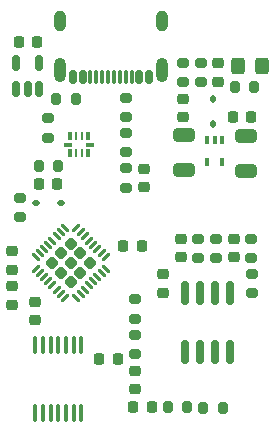
<source format=gtp>
G04 #@! TF.GenerationSoftware,KiCad,Pcbnew,9.0.2*
G04 #@! TF.CreationDate,2025-12-31T10:57:56+01:00*
G04 #@! TF.ProjectId,synthmate_L432,73796e74-686d-4617-9465-5f4c3433322e,rev?*
G04 #@! TF.SameCoordinates,Original*
G04 #@! TF.FileFunction,Paste,Top*
G04 #@! TF.FilePolarity,Positive*
%FSLAX46Y46*%
G04 Gerber Fmt 4.6, Leading zero omitted, Abs format (unit mm)*
G04 Created by KiCad (PCBNEW 9.0.2) date 2025-12-31 10:57:56*
%MOMM*%
%LPD*%
G01*
G04 APERTURE LIST*
G04 Aperture macros list*
%AMRoundRect*
0 Rectangle with rounded corners*
0 $1 Rounding radius*
0 $2 $3 $4 $5 $6 $7 $8 $9 X,Y pos of 4 corners*
0 Add a 4 corners polygon primitive as box body*
4,1,4,$2,$3,$4,$5,$6,$7,$8,$9,$2,$3,0*
0 Add four circle primitives for the rounded corners*
1,1,$1+$1,$2,$3*
1,1,$1+$1,$4,$5*
1,1,$1+$1,$6,$7*
1,1,$1+$1,$8,$9*
0 Add four rect primitives between the rounded corners*
20,1,$1+$1,$2,$3,$4,$5,0*
20,1,$1+$1,$4,$5,$6,$7,0*
20,1,$1+$1,$6,$7,$8,$9,0*
20,1,$1+$1,$8,$9,$2,$3,0*%
G04 Aperture macros list end*
%ADD10RoundRect,0.100000X-0.100000X0.637500X-0.100000X-0.637500X0.100000X-0.637500X0.100000X0.637500X0*%
%ADD11RoundRect,0.225000X-0.225000X-0.250000X0.225000X-0.250000X0.225000X0.250000X-0.225000X0.250000X0*%
%ADD12RoundRect,0.200000X0.200000X0.275000X-0.200000X0.275000X-0.200000X-0.275000X0.200000X-0.275000X0*%
%ADD13RoundRect,0.150000X0.150000X0.425000X-0.150000X0.425000X-0.150000X-0.425000X0.150000X-0.425000X0*%
%ADD14RoundRect,0.075000X0.075000X0.500000X-0.075000X0.500000X-0.075000X-0.500000X0.075000X-0.500000X0*%
%ADD15O,1.000000X2.100000*%
%ADD16O,1.000000X1.800000*%
%ADD17RoundRect,0.112500X0.112500X-0.187500X0.112500X0.187500X-0.112500X0.187500X-0.112500X-0.187500X0*%
%ADD18RoundRect,0.200000X-0.275000X0.200000X-0.275000X-0.200000X0.275000X-0.200000X0.275000X0.200000X0*%
%ADD19RoundRect,0.150000X0.150000X-0.825000X0.150000X0.825000X-0.150000X0.825000X-0.150000X-0.825000X0*%
%ADD20RoundRect,0.225000X0.225000X0.250000X-0.225000X0.250000X-0.225000X-0.250000X0.225000X-0.250000X0*%
%ADD21R,0.300000X0.704800*%
%ADD22R,0.249936X0.704850*%
%ADD23R,0.754888X0.350012*%
%ADD24RoundRect,0.112500X-0.187500X-0.112500X0.187500X-0.112500X0.187500X0.112500X-0.187500X0.112500X0*%
%ADD25RoundRect,0.225000X0.250000X-0.225000X0.250000X0.225000X-0.250000X0.225000X-0.250000X-0.225000X0*%
%ADD26RoundRect,0.100000X-0.100000X0.225000X-0.100000X-0.225000X0.100000X-0.225000X0.100000X0.225000X0*%
%ADD27RoundRect,0.225000X-0.250000X0.225000X-0.250000X-0.225000X0.250000X-0.225000X0.250000X0.225000X0*%
%ADD28RoundRect,0.200000X-0.200000X-0.275000X0.200000X-0.275000X0.200000X0.275000X-0.200000X0.275000X0*%
%ADD29RoundRect,0.200000X0.275000X-0.200000X0.275000X0.200000X-0.275000X0.200000X-0.275000X-0.200000X0*%
%ADD30RoundRect,0.150000X0.150000X-0.512500X0.150000X0.512500X-0.150000X0.512500X-0.150000X-0.512500X0*%
%ADD31RoundRect,0.250000X-0.325000X-0.450000X0.325000X-0.450000X0.325000X0.450000X-0.325000X0.450000X0*%
%ADD32RoundRect,0.250000X-0.650000X0.325000X-0.650000X-0.325000X0.650000X-0.325000X0.650000X0.325000X0*%
%ADD33RoundRect,0.232500X0.000000X-0.328805X0.328805X0.000000X0.000000X0.328805X-0.328805X0.000000X0*%
%ADD34RoundRect,0.062500X-0.220971X-0.309359X0.309359X0.220971X0.220971X0.309359X-0.309359X-0.220971X0*%
%ADD35RoundRect,0.062500X0.220971X-0.309359X0.309359X-0.220971X-0.220971X0.309359X-0.309359X0.220971X0*%
G04 APERTURE END LIST*
D10*
G04 #@! TO.C,U6*
X135360000Y-100825000D03*
X134710000Y-100825000D03*
X134060000Y-100825000D03*
X133410000Y-100825000D03*
X132760000Y-100825000D03*
X132110000Y-100825000D03*
X131460000Y-100825000D03*
X131460000Y-106550000D03*
X132110000Y-106550000D03*
X132760000Y-106550000D03*
X133410000Y-106550000D03*
X134060000Y-106550000D03*
X134710000Y-106550000D03*
X135360000Y-106550000D03*
G04 #@! TD*
D11*
G04 #@! TO.C,C13*
X136890000Y-101970000D03*
X138440000Y-101970000D03*
G04 #@! TD*
D12*
G04 #@! TO.C,R13*
X144340000Y-106070000D03*
X142690000Y-106070000D03*
G04 #@! TD*
D13*
G04 #@! TO.C,J1*
X141080000Y-78105000D03*
X140280000Y-78105000D03*
D14*
X139130000Y-78105000D03*
X138130000Y-78105000D03*
X137630000Y-78105000D03*
X136630000Y-78105000D03*
D13*
X135480000Y-78105000D03*
X134680000Y-78105000D03*
X134680000Y-78105000D03*
X135480000Y-78105000D03*
D14*
X136130000Y-78105000D03*
X137130000Y-78105000D03*
X138630000Y-78105000D03*
X139630000Y-78105000D03*
D13*
X140280000Y-78105000D03*
X141080000Y-78105000D03*
D15*
X142200000Y-77530000D03*
D16*
X142200000Y-73350000D03*
D15*
X133560000Y-77530000D03*
D16*
X133560000Y-73350000D03*
G04 #@! TD*
D17*
G04 #@! TO.C,D2*
X146470000Y-82090000D03*
X146470000Y-79990000D03*
G04 #@! TD*
D18*
G04 #@! TO.C,R6*
X146730000Y-91780000D03*
X146730000Y-93430000D03*
G04 #@! TD*
D19*
G04 #@! TO.C,U5*
X144140000Y-101370000D03*
X145410000Y-101370000D03*
X146680000Y-101370000D03*
X147950000Y-101370000D03*
X147950000Y-96420000D03*
X146680000Y-96420000D03*
X145410000Y-96420000D03*
X144140000Y-96420000D03*
G04 #@! TD*
D20*
G04 #@! TO.C,C15*
X133337500Y-87200000D03*
X131787500Y-87200000D03*
G04 #@! TD*
D21*
G04 #@! TO.C,U2*
X134399999Y-84560000D03*
D22*
X134900000Y-84560000D03*
X135400000Y-84560000D03*
D21*
X135900001Y-84560000D03*
D23*
X136102444Y-83832600D03*
D21*
X135900001Y-83105200D03*
D22*
X135400000Y-83105200D03*
X134900000Y-83105200D03*
D21*
X134399999Y-83105200D03*
D23*
X134197556Y-83832600D03*
G04 #@! TD*
D24*
G04 #@! TO.C,D3*
X131540000Y-88790000D03*
X133640000Y-88790000D03*
G04 #@! TD*
D25*
G04 #@! TO.C,C10*
X146940000Y-78490000D03*
X146940000Y-76940000D03*
G04 #@! TD*
D26*
G04 #@! TO.C,U3*
X147307500Y-83400000D03*
X146657500Y-83400000D03*
X146007500Y-83400000D03*
X146007500Y-85300000D03*
X147307500Y-85300000D03*
G04 #@! TD*
D12*
G04 #@! TO.C,R11*
X147340000Y-106090000D03*
X145690000Y-106090000D03*
G04 #@! TD*
D25*
G04 #@! TO.C,C6*
X148250000Y-93370000D03*
X148250000Y-91820000D03*
G04 #@! TD*
D27*
G04 #@! TO.C,C12*
X131430000Y-97165000D03*
X131430000Y-98715000D03*
G04 #@! TD*
D18*
G04 #@! TO.C,R1*
X143970000Y-76890000D03*
X143970000Y-78540000D03*
G04 #@! TD*
D28*
G04 #@! TO.C,R3*
X133230000Y-79990000D03*
X134880000Y-79990000D03*
G04 #@! TD*
D29*
G04 #@! TO.C,R15*
X139920000Y-98560000D03*
X139920000Y-96910000D03*
G04 #@! TD*
G04 #@! TO.C,R5*
X130180000Y-89970000D03*
X130180000Y-88320000D03*
G04 #@! TD*
D25*
G04 #@! TO.C,C11*
X129520000Y-94410000D03*
X129520000Y-92860000D03*
G04 #@! TD*
D29*
G04 #@! TO.C,R14*
X145450000Y-78535000D03*
X145450000Y-76885000D03*
G04 #@! TD*
D11*
G04 #@! TO.C,C5*
X138905000Y-92400000D03*
X140455000Y-92400000D03*
G04 #@! TD*
D27*
G04 #@! TO.C,C18*
X142230000Y-94820000D03*
X142230000Y-96370000D03*
G04 #@! TD*
D28*
G04 #@! TO.C,R16*
X131747500Y-85670000D03*
X133397500Y-85670000D03*
G04 #@! TD*
D29*
G04 #@! TO.C,R8*
X149760000Y-93430000D03*
X149760000Y-91780000D03*
G04 #@! TD*
G04 #@! TO.C,R18*
X132530000Y-83260000D03*
X132530000Y-81610000D03*
G04 #@! TD*
D28*
G04 #@! TO.C,R4*
X148340000Y-78930000D03*
X149990000Y-78930000D03*
G04 #@! TD*
D29*
G04 #@! TO.C,R10*
X139150000Y-84470000D03*
X139150000Y-82820000D03*
G04 #@! TD*
D30*
G04 #@! TO.C,U4*
X129865000Y-79150000D03*
X130815000Y-79150000D03*
X131765000Y-79150000D03*
X131765000Y-76875000D03*
X129865000Y-76875000D03*
G04 #@! TD*
D27*
G04 #@! TO.C,C2*
X129500000Y-95820000D03*
X129500000Y-97370000D03*
G04 #@! TD*
G04 #@! TO.C,C17*
X139920000Y-102960000D03*
X139920000Y-104510000D03*
G04 #@! TD*
D11*
G04 #@! TO.C,C16*
X130065000Y-75160000D03*
X131615000Y-75160000D03*
G04 #@! TD*
D18*
G04 #@! TO.C,R17*
X139920000Y-99930000D03*
X139920000Y-101580000D03*
G04 #@! TD*
D31*
G04 #@! TO.C,D1*
X148590000Y-77210000D03*
X150640000Y-77210000D03*
G04 #@! TD*
D20*
G04 #@! TO.C,C9*
X141300000Y-106070000D03*
X139750000Y-106070000D03*
G04 #@! TD*
D18*
G04 #@! TO.C,R7*
X149780000Y-94750000D03*
X149780000Y-96400000D03*
G04 #@! TD*
D20*
G04 #@! TO.C,C4*
X149730000Y-81500000D03*
X148180000Y-81500000D03*
G04 #@! TD*
D32*
G04 #@! TO.C,C1*
X144090000Y-83055000D03*
X144090000Y-86005000D03*
G04 #@! TD*
D27*
G04 #@! TO.C,C8*
X140680000Y-85880000D03*
X140680000Y-87430000D03*
G04 #@! TD*
D29*
G04 #@! TO.C,R12*
X139130000Y-87490000D03*
X139130000Y-85840000D03*
G04 #@! TD*
D25*
G04 #@! TO.C,C3*
X143942500Y-81475000D03*
X143942500Y-79925000D03*
G04 #@! TD*
D29*
G04 #@! TO.C,R2*
X139170000Y-81500000D03*
X139170000Y-79850000D03*
G04 #@! TD*
D33*
G04 #@! TO.C,U1*
X132832654Y-93846100D03*
X133645827Y-94659273D03*
X134459000Y-95472446D03*
X133645827Y-93032927D03*
X134459000Y-93846100D03*
X135272173Y-94659273D03*
X134459000Y-92219754D03*
X135272173Y-93032927D03*
X136085346Y-93846100D03*
D34*
X131497990Y-94332236D03*
X131851544Y-94685789D03*
X132205097Y-95039343D03*
X132558651Y-95392896D03*
X132912204Y-95746449D03*
X133265757Y-96100003D03*
X133619311Y-96453556D03*
X133972864Y-96807110D03*
D35*
X134945136Y-96807110D03*
X135298689Y-96453556D03*
X135652243Y-96100003D03*
X136005796Y-95746449D03*
X136359349Y-95392896D03*
X136712903Y-95039343D03*
X137066456Y-94685789D03*
X137420010Y-94332236D03*
D34*
X137420010Y-93359964D03*
X137066456Y-93006411D03*
X136712903Y-92652857D03*
X136359349Y-92299304D03*
X136005796Y-91945751D03*
X135652243Y-91592197D03*
X135298689Y-91238644D03*
X134945136Y-90885090D03*
D35*
X133972864Y-90885090D03*
X133619311Y-91238644D03*
X133265757Y-91592197D03*
X132912204Y-91945751D03*
X132558651Y-92299304D03*
X132205097Y-92652857D03*
X131851544Y-93006411D03*
X131497990Y-93359964D03*
G04 #@! TD*
D32*
G04 #@! TO.C,C14*
X149280000Y-83080000D03*
X149280000Y-86030000D03*
G04 #@! TD*
D29*
G04 #@! TO.C,R9*
X145240000Y-93430000D03*
X145240000Y-91780000D03*
G04 #@! TD*
D25*
G04 #@! TO.C,C7*
X143760000Y-93380000D03*
X143760000Y-91830000D03*
G04 #@! TD*
M02*

</source>
